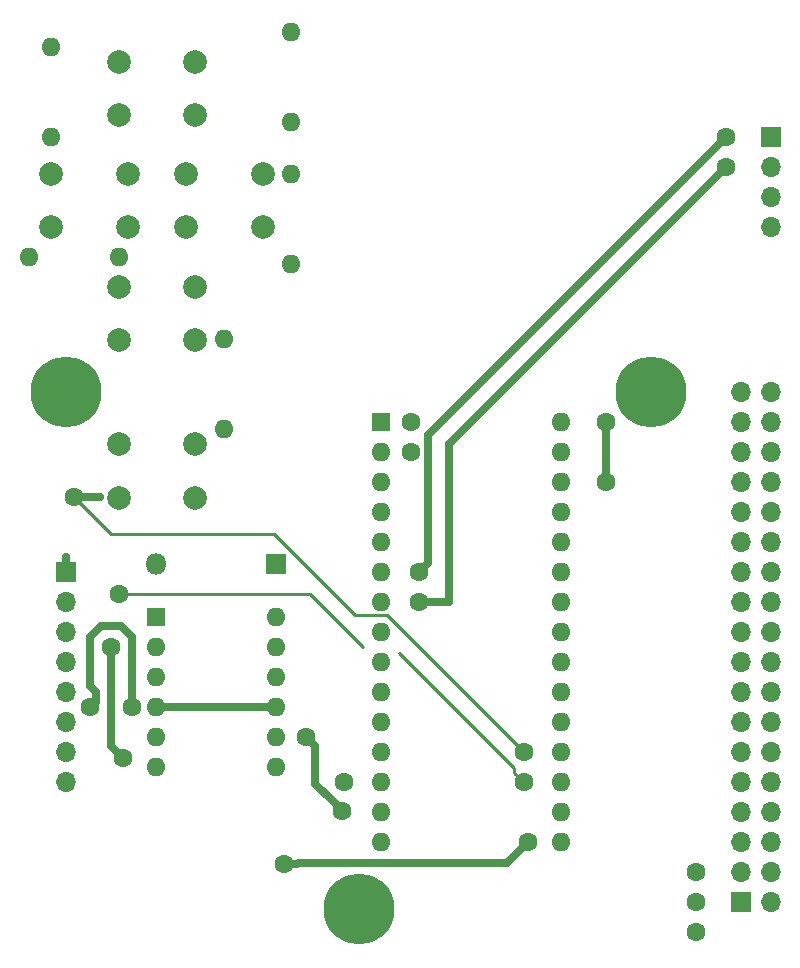
<source format=gbr>
G04 #@! TF.GenerationSoftware,KiCad,Pcbnew,(5.1.4)-1*
G04 #@! TF.CreationDate,2020-03-18T16:22:38+02:00*
G04 #@! TF.ProjectId,arduino-fanatec-pcb,61726475-696e-46f2-9d66-616e61746563,rev?*
G04 #@! TF.SameCoordinates,Original*
G04 #@! TF.FileFunction,Copper,L1,Top*
G04 #@! TF.FilePolarity,Positive*
%FSLAX46Y46*%
G04 Gerber Fmt 4.6, Leading zero omitted, Abs format (unit mm)*
G04 Created by KiCad (PCBNEW (5.1.4)-1) date 2020-03-18 16:22:38*
%MOMM*%
%LPD*%
G04 APERTURE LIST*
%ADD10R,1.700000X1.700000*%
%ADD11O,1.700000X1.700000*%
%ADD12C,6.000000*%
%ADD13R,1.600000X1.600000*%
%ADD14O,1.600000X1.600000*%
%ADD15C,2.000000*%
%ADD16O,1.800000X1.800000*%
%ADD17R,1.800000X1.800000*%
%ADD18C,1.600000*%
%ADD19C,0.700000*%
%ADD20C,0.250000*%
G04 APERTURE END LIST*
D10*
X116840000Y-110490000D03*
D11*
X119380000Y-110490000D03*
X116840000Y-107950000D03*
X119380000Y-107950000D03*
X116840000Y-105410000D03*
X119380000Y-105410000D03*
X116840000Y-102870000D03*
X119380000Y-102870000D03*
X116840000Y-100330000D03*
X119380000Y-100330000D03*
X116840000Y-97790000D03*
X119380000Y-97790000D03*
X116840000Y-95250000D03*
X119380000Y-95250000D03*
X116840000Y-92710000D03*
X119380000Y-92710000D03*
X116840000Y-90170000D03*
X119380000Y-90170000D03*
X116840000Y-87630000D03*
X119380000Y-87630000D03*
X116840000Y-85090000D03*
X119380000Y-85090000D03*
X116840000Y-82550000D03*
X119380000Y-82550000D03*
X116840000Y-80010000D03*
X119380000Y-80010000D03*
X116840000Y-77470000D03*
X119380000Y-77470000D03*
X116840000Y-74930000D03*
X119380000Y-74930000D03*
X116840000Y-72390000D03*
X119380000Y-72390000D03*
X116840000Y-69850000D03*
X119380000Y-69850000D03*
X116840000Y-67310000D03*
X119380000Y-67310000D03*
D12*
X84455000Y-111125000D03*
D13*
X86360000Y-69850000D03*
D14*
X101600000Y-102870000D03*
X86360000Y-72390000D03*
X101600000Y-100330000D03*
X86360000Y-74930000D03*
X101600000Y-97790000D03*
X86360000Y-77470000D03*
X101600000Y-95250000D03*
X86360000Y-80010000D03*
X101600000Y-92710000D03*
X86360000Y-82550000D03*
X101600000Y-90170000D03*
X86360000Y-85090000D03*
X101600000Y-87630000D03*
X86360000Y-87630000D03*
X101600000Y-85090000D03*
X86360000Y-90170000D03*
X101600000Y-82550000D03*
X86360000Y-92710000D03*
X101600000Y-80010000D03*
X86360000Y-95250000D03*
X101600000Y-77470000D03*
X86360000Y-97790000D03*
X101600000Y-74930000D03*
X86360000Y-100330000D03*
X101600000Y-72390000D03*
X86360000Y-102870000D03*
X101600000Y-69850000D03*
X86360000Y-105410000D03*
X101600000Y-105410000D03*
X56515000Y-55880000D03*
X64135000Y-55880000D03*
X73025000Y-70485000D03*
X73025000Y-62865000D03*
X78740000Y-48895000D03*
X78740000Y-56515000D03*
X58420000Y-45720000D03*
X58420000Y-38100000D03*
X78740000Y-36830000D03*
X78740000Y-44450000D03*
D15*
X70635000Y-71755000D03*
X70635000Y-76255000D03*
X64135000Y-71755000D03*
X64135000Y-76255000D03*
X70635000Y-58420000D03*
X70635000Y-62920000D03*
X64135000Y-58420000D03*
X64135000Y-62920000D03*
X76350000Y-48840000D03*
X76350000Y-53340000D03*
X69850000Y-48840000D03*
X69850000Y-53340000D03*
X64920000Y-48840000D03*
X64920000Y-53340000D03*
X58420000Y-48840000D03*
X58420000Y-53340000D03*
X70635000Y-39370000D03*
X70635000Y-43870000D03*
X64135000Y-39370000D03*
X64135000Y-43870000D03*
D11*
X119380000Y-53340000D03*
X119380000Y-50800000D03*
X119380000Y-48260000D03*
D10*
X119380000Y-45720000D03*
D14*
X77470000Y-86360000D03*
X67310000Y-99060000D03*
X77470000Y-88900000D03*
X67310000Y-96520000D03*
X77470000Y-91440000D03*
X67310000Y-93980000D03*
X77470000Y-93980000D03*
X67310000Y-91440000D03*
X77470000Y-96520000D03*
X67310000Y-88900000D03*
X77470000Y-99060000D03*
D13*
X67310000Y-86360000D03*
D12*
X109220000Y-67310000D03*
X59690000Y-67310000D03*
D16*
X67310000Y-81915000D03*
D17*
X77470000Y-81915000D03*
D11*
X59690000Y-100330000D03*
X59690000Y-97790000D03*
X59690000Y-95250000D03*
X59690000Y-92710000D03*
X59690000Y-90170000D03*
X59690000Y-87630000D03*
X59690000Y-85090000D03*
D10*
X59690000Y-82550000D03*
D18*
X98806000Y-105410000D03*
X78105000Y-107315004D03*
X80010000Y-96520000D03*
X83058000Y-102768400D03*
X61750000Y-93980000D03*
X65250000Y-93980000D03*
X64476878Y-98286878D03*
X63500000Y-88900000D03*
X98425000Y-100330000D03*
X64164438Y-84425562D03*
X105410000Y-74930000D03*
X105410000Y-69839991D03*
X113031397Y-107951397D03*
X89535000Y-85090000D03*
X115570000Y-48260000D03*
X89535000Y-82550000D03*
X115570000Y-45720000D03*
X113030000Y-113030000D03*
X88900000Y-72390000D03*
X113030000Y-110490000D03*
X88900000Y-69850000D03*
X60325000Y-76200000D03*
X98425000Y-97790000D03*
X83185000Y-100330006D03*
D19*
X79376375Y-107174999D02*
X79236370Y-107315004D01*
X79236370Y-107315004D02*
X78105000Y-107315004D01*
X97041001Y-107174999D02*
X79376375Y-107174999D01*
X98806000Y-105410000D02*
X97041001Y-107174999D01*
X80799999Y-97260979D02*
X80799999Y-100510399D01*
X82258001Y-101968401D02*
X83058000Y-102768400D01*
X80799999Y-100510399D02*
X82258001Y-101968401D01*
X80059020Y-96520000D02*
X80799999Y-97260979D01*
X80010000Y-96520000D02*
X80059020Y-96520000D01*
X64340001Y-87149999D02*
X62659999Y-87149999D01*
X61749999Y-88059999D02*
X61749999Y-92229999D01*
X61749999Y-92229999D02*
X62199990Y-92679990D01*
X62199990Y-93530010D02*
X61750000Y-93980000D01*
X65250000Y-88059998D02*
X64340001Y-87149999D01*
X65250000Y-93980000D02*
X65250000Y-88059998D01*
X62199990Y-92679990D02*
X62199990Y-93530010D01*
X62659999Y-87149999D02*
X61749999Y-88059999D01*
X67310000Y-93980000D02*
X77470000Y-93980000D01*
X59690000Y-82550000D02*
X59690000Y-81280000D01*
X63500000Y-97310000D02*
X63500000Y-88900000D01*
X64476878Y-98286878D02*
X63500000Y-97310000D01*
D20*
X97625001Y-99177999D02*
X87885001Y-89437999D01*
X98425000Y-100330000D02*
X97625001Y-99530001D01*
X97625001Y-99530001D02*
X97625001Y-99177999D01*
X80361562Y-84425562D02*
X80933062Y-84997062D01*
X64164438Y-84425562D02*
X80361562Y-84425562D01*
X80933062Y-84997062D02*
X84836000Y-88900000D01*
D19*
X105410000Y-74930000D02*
X105410000Y-69839991D01*
X92075000Y-71755000D02*
X115570000Y-48260000D01*
X92075000Y-85090000D02*
X92075000Y-71755000D01*
X89535000Y-85090000D02*
X92075000Y-85090000D01*
X90334999Y-70955001D02*
X115570000Y-45720000D01*
X89535000Y-82550000D02*
X90334999Y-81750001D01*
X90334999Y-81750001D02*
X90334999Y-70955001D01*
X62576002Y-76200000D02*
X60325000Y-76200000D01*
D20*
X84155003Y-86215001D02*
X77315002Y-79375000D01*
X98425000Y-97790000D02*
X86850001Y-86215001D01*
X86850001Y-86215001D02*
X84155003Y-86215001D01*
X63500000Y-79375000D02*
X60325000Y-76200000D01*
X77315002Y-79375000D02*
X63500000Y-79375000D01*
M02*

</source>
